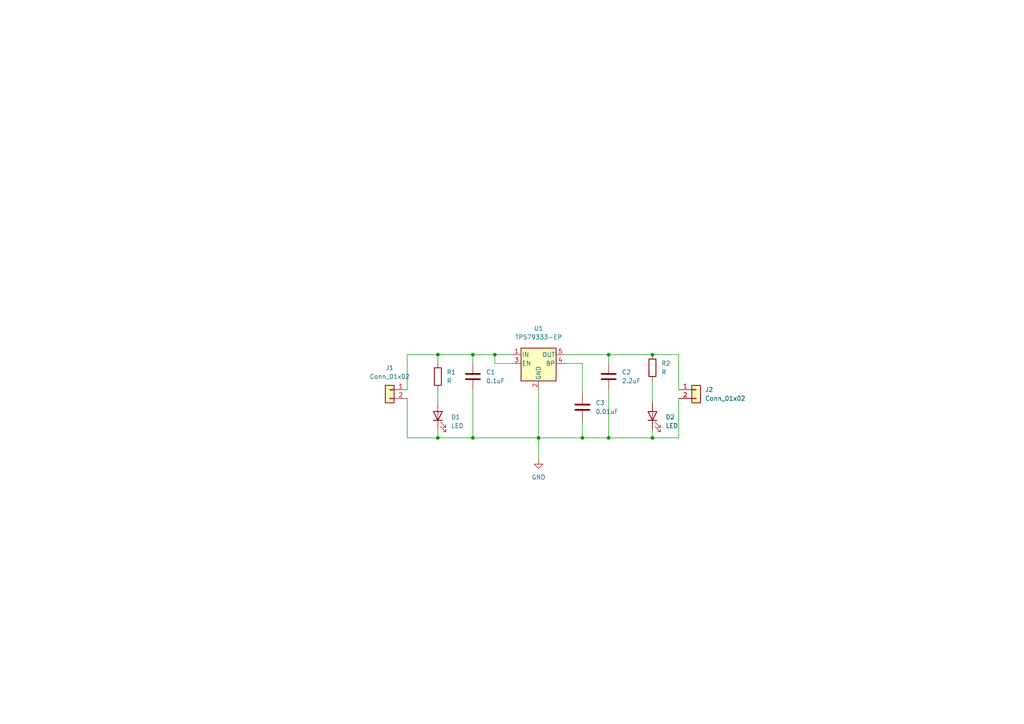
<source format=kicad_sch>
(kicad_sch (version 20211123) (generator eeschema)
  (paper "A4")
  (lib_symbols
    (symbol "Connector_Generic:Conn_01x02" (pin_names (offset 1.016) hide)
      (property "Reference" "J" (at 0 2.54 0))
      (property "Value" "Conn_01x02" (at 0 -5.08 0))
      (symbol "Conn_01x02_1_1"
        (rectangle (start -1.27 -2.413) (end 0 -2.667) (stroke (width 0.1524)))
        (rectangle (start -1.27 0.127) (end 0 -0.127) (stroke (width 0.1524)))
        (rectangle (start -1.27 1.27) (end 1.27 -3.81) (stroke (width 0.254)) (fill (type background)))
        (pin passive line (at -5.08 0 0) (length 3.81) (name "Pin_1") (number "1"))
        (pin passive line (at -5.08 -2.54 0) (length 3.81) (name "Pin_2") (number "2"))
      )
    )
    (symbol "Device:C" (pin_numbers hide) (pin_names (offset 0.254))
      (property "Reference" "C" (at 0.635 2.54 0))
      (property "Value" "C" (at 0.635 -2.54 0))
      (symbol "C_0_1"
        (polyline (pts (xy -2.032 -0.762) (xy 2.032 -0.762)) (stroke (width 0.508)))
        (polyline (pts (xy -2.032 0.762) (xy 2.032 0.762)) (stroke (width 0.508)))
      )
      (symbol "C_1_1"
        (pin passive line (at 0 3.81 270) (length 2.794) (name "~") (number "1"))
        (pin passive line (at 0 -3.81 90) (length 2.794) (name "~") (number "2"))
      )
    )
    (symbol "Device:LED" (pin_numbers hide) (pin_names (offset 1.016) hide)
      (property "Reference" "D" (at 0 2.54 0))
      (property "Value" "LED" (at 0 -2.54 0))
      (symbol "LED_0_1"
        (polyline (pts (xy -1.27 -1.27) (xy -1.27 1.27)) (stroke (width 0.254)))
        (polyline (pts (xy -1.27 0) (xy 1.27 0)))
        (polyline (pts (xy 1.27 -1.27) (xy 1.27 1.27) (xy -1.27 0) (xy 1.27 -1.27)) (stroke (width 0.254)))
        (polyline (pts (xy -3.048 -0.762) (xy -4.572 -2.286) (xy -3.81 -2.286) (xy -4.572 -2.286) (xy -4.572 -1.524)))
        (polyline (pts (xy -1.778 -0.762) (xy -3.302 -2.286) (xy -2.54 -2.286) (xy -3.302 -2.286) (xy -3.302 -1.524)))
      )
      (symbol "LED_1_1"
        (pin passive line (at -3.81 0 0) (length 2.54) (name "K") (number "1"))
        (pin passive line (at 3.81 0 180) (length 2.54) (name "A") (number "2"))
      )
    )
    (symbol "Device:R" (pin_numbers hide) (pin_names (offset 0))
      (property "Reference" "R" (at 2.032 0 90))
      (property "Value" "R" (at 0 0 90))
      (symbol "R_0_1"
        (rectangle (start -1.016 -2.54) (end 1.016 2.54) (stroke (width 0.254)))
      )
      (symbol "R_1_1"
        (pin passive line (at 0 3.81 270) (length 1.27) (name "~") (number "1"))
        (pin passive line (at 0 -3.81 90) (length 1.27) (name "~") (number "2"))
      )
    )
    (symbol "Regulator_Linear:TPS79333-EP" (pin_names (offset 0.254))
      (property "Reference" "U" (at -3.81 5.715 0))
      (property "Value" "TPS79333-EP" (at 0 5.715 0))
      (symbol "TPS79333-EP_1_1"
        (rectangle (start 5.08 -5.08) (end -5.08 4.445) (stroke (width 0.254)) (fill (type background)))
        (pin power_in line (at -7.62 2.54 0) (length 2.54) (name "IN") (number "1"))
        (pin power_in line (at 0 -7.62 90) (length 2.54) (name "GND") (number "2"))
        (pin input line (at -7.62 0 0) (length 2.54) (name "EN") (number "3"))
        (pin bidirectional line (at 7.62 0 180) (length 2.54) (name "BP") (number "4"))
        (pin power_out line (at 7.62 2.54 180) (length 2.54) (name "OUT") (number "5"))
      )
    )
    (symbol "power:GND" (power) (pin_names (offset 0))
      (property "Value" "GND" (at 0 -3.81 0))
      (symbol "GND_0_1"
        (polyline (pts (xy 0 0) (xy 0 -1.27) (xy 1.27 -1.27) (xy 0 -2.54) (xy -1.27 -1.27) (xy 0 -1.27)))
      )
      (symbol "GND_1_1"
        (pin power_in line (at 0 0 270) (length 0) hide (name "GND") (number "1"))
      )
    )
  )
  (junction (at 143.51 102.87))
  (junction (at 189.23 127))
  (junction (at 137.16 127))
  (junction (at 137.16 102.87))
  (junction (at 156.21 127))
  (junction (at 176.53 102.87))
  (junction (at 168.91 127))
  (junction (at 127 102.87))
  (junction (at 176.53 127))
  (junction (at 127 127))
  (junction (at 189.23 102.87))
  (wire (pts (xy 176.53 105.41) (xy 176.53 102.87)))
  (wire (pts (xy 176.53 102.87) (xy 189.23 102.87)))
  (wire (pts (xy 168.91 127) (xy 156.21 127)))
  (wire (pts (xy 196.85 113.03) (xy 196.85 102.87)))
  (wire (pts (xy 176.53 113.03) (xy 176.53 127)))
  (wire (pts (xy 176.53 102.87) (xy 163.83 102.87)))
  (wire (pts (xy 118.11 127) (xy 127 127)))
  (wire (pts (xy 143.51 105.41) (xy 143.51 102.87)))
  (wire (pts (xy 196.85 127) (xy 189.23 127)))
  (wire (pts (xy 148.59 105.41) (xy 143.51 105.41)))
  (wire (pts (xy 196.85 115.57) (xy 196.85 127)))
  (wire (pts (xy 127 105.41) (xy 127 102.87)))
  (wire (pts (xy 118.11 115.57) (xy 118.11 127)))
  (wire (pts (xy 168.91 114.3) (xy 168.91 105.41)))
  (wire (pts (xy 189.23 110.49) (xy 189.23 116.84)))
  (wire (pts (xy 143.51 102.87) (xy 148.59 102.87)))
  (wire (pts (xy 137.16 113.03) (xy 137.16 127)))
  (wire (pts (xy 127 124.46) (xy 127 127)))
  (wire (pts (xy 137.16 105.41) (xy 137.16 102.87)))
  (wire (pts (xy 127 113.03) (xy 127 116.84)))
  (wire (pts (xy 127 127) (xy 137.16 127)))
  (wire (pts (xy 156.21 127) (xy 156.21 133.35)))
  (wire (pts (xy 176.53 127) (xy 168.91 127)))
  (wire (pts (xy 137.16 102.87) (xy 143.51 102.87)))
  (wire (pts (xy 196.85 102.87) (xy 189.23 102.87)))
  (wire (pts (xy 168.91 121.92) (xy 168.91 127)))
  (wire (pts (xy 137.16 127) (xy 156.21 127)))
  (wire (pts (xy 156.21 113.03) (xy 156.21 127)))
  (wire (pts (xy 127 102.87) (xy 137.16 102.87)))
  (wire (pts (xy 176.53 127) (xy 189.23 127)))
  (wire (pts (xy 189.23 124.46) (xy 189.23 127)))
  (wire (pts (xy 168.91 105.41) (xy 163.83 105.41)))
  (wire (pts (xy 118.11 113.03) (xy 118.11 102.87)))
  (wire (pts (xy 118.11 102.87) (xy 127 102.87)))
  (symbol (lib_id "Device:LED") (at 189.23 120.65 90) (unit 1)
    (property "Reference" "D2" (at 193.04 120.9674 90) (effects (justify right)))
    (property "Value" "LED" (at 193.04 123.5074 90) (effects (justify right)))
    (property "Footprint" "LED_SMD:LED_0805_2012Metric" (effects hide))
  )
  (symbol (lib_id "Device:C") (at 176.53 109.22 0) (unit 1)
    (property "Reference" "C2" (at 180.34 107.9499 0) (effects (justify left)))
    (property "Value" "2.2uF" (at 180.34 110.4899 0) (effects (justify left)))
    (property "Footprint" "Capacitor_SMD:C_0805_2012Metric" (effects hide))
  )
  (symbol (lib_id "Connector_Generic:Conn_01x02") (at 201.93 113.03 0) (unit 1)
    (property "Reference" "J2" (at 204.47 113.0299 0) (effects (justify left)))
    (property "Value" "Conn_01x02" (at 204.47 115.5699 0) (effects (justify left)))
    (property "Footprint" "Connector_PinHeader_2.54mm:PinHeader_1x02_P2.54mm_Vertical" (effects hide))
  )
  (symbol (lib_id "Device:LED") (at 127 120.65 90) (unit 1)
    (property "Reference" "D1" (at 130.81 120.9674 90) (effects (justify right)))
    (property "Value" "LED" (at 130.81 123.5074 90) (effects (justify right)))
    (property "Footprint" "LED_SMD:LED_0805_2012Metric" (effects hide))
  )
  (symbol (lib_id "Connector_Generic:Conn_01x02") (at 113.03 113.03 0) (mirror y) (unit 1)
    (property "Reference" "J1" (at 113.03 106.68 0))
    (property "Value" "Conn_01x02" (at 113.03 109.22 0))
    (property "Footprint" "Connector_PinHeader_2.54mm:PinHeader_1x02_P2.54mm_Vertical" (effects hide))
  )
  (symbol (lib_id "power:GND") (at 156.21 133.35 0) (unit 1)
    (property "Reference" "#PWR0101" (effects hide))
    (property "Value" "GND" (at 156.21 138.43 0))
  )
  (symbol (lib_id "Device:R") (at 127 109.22 0) (unit 1)
    (property "Reference" "R1" (at 129.54 107.9499 0) (effects (justify left)))
    (property "Value" "R" (at 129.54 110.4899 0) (effects (justify left)))
    (property "Footprint" "Resistor_SMD:R_0805_2012Metric" (effects hide))
  )
  (symbol (lib_id "Regulator_Linear:TPS79333-EP") (at 156.21 105.41 0) (unit 1)
    (property "Reference" "U1" (at 156.21 95.25 0))
    (property "Value" "TPS79333-EP" (at 156.21 97.79 0))
    (property "Footprint" "Package_TO_SOT_SMD:SOT-23-5" (effects hide))
    (property "Datasheet" "http://www.ti.com/lit/ds/symlink/tps79333-ep.pdf" (effects hide))
  )
  (symbol (lib_id "Device:C") (at 137.16 109.22 0) (unit 1)
    (property "Reference" "C1" (at 140.97 107.9499 0) (effects (justify left)))
    (property "Value" "0.1uF" (at 140.97 110.4899 0) (effects (justify left)))
    (property "Footprint" "Capacitor_SMD:C_0805_2012Metric" (effects hide))
  )
  (symbol (lib_id "Device:C") (at 168.91 118.11 0) (unit 1)
    (property "Reference" "C3" (at 172.72 116.8399 0) (effects (justify left)))
    (property "Value" "0.01uF" (at 172.72 119.3799 0) (effects (justify left)))
    (property "Footprint" "Capacitor_SMD:C_0805_2012Metric" (effects hide))
  )
  (symbol (lib_id "Device:R") (at 189.23 106.68 0) (unit 1)
    (property "Reference" "R2" (at 191.77 105.4099 0) (effects (justify left)))
    (property "Value" "R" (at 191.77 107.9499 0) (effects (justify left)))
    (property "Footprint" "Resistor_SMD:R_0805_2012Metric" (effects hide))
  )
)
</source>
